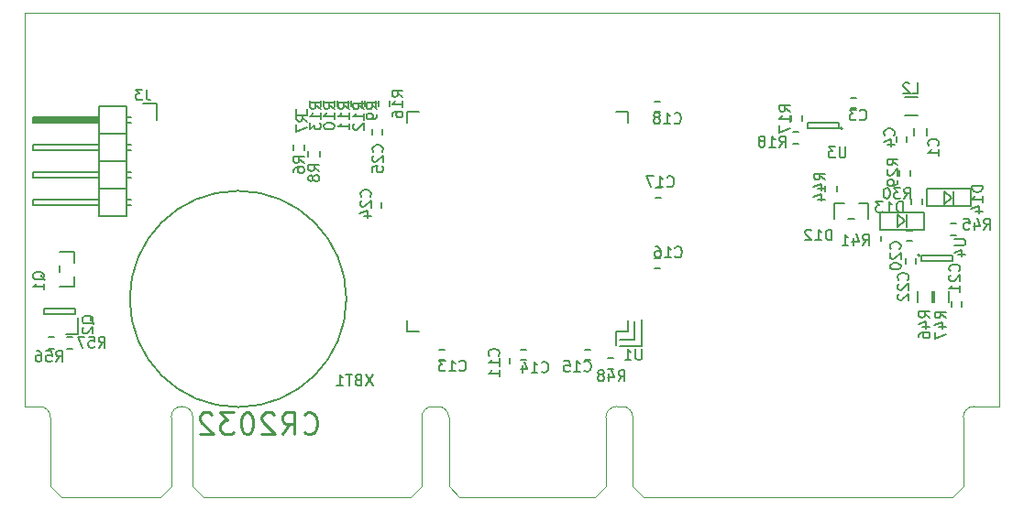
<source format=gbr>
G04 #@! TF.FileFunction,Legend,Bot*
%FSLAX46Y46*%
G04 Gerber Fmt 4.6, Leading zero omitted, Abs format (unit mm)*
G04 Created by KiCad (PCBNEW 4.0.7) date 09/09/17 19:34:41*
%MOMM*%
%LPD*%
G01*
G04 APERTURE LIST*
%ADD10C,0.100000*%
%ADD11C,0.150000*%
%ADD12C,0.250000*%
G04 APERTURE END LIST*
D10*
X86767232Y-135759051D02*
X86767232Y-135359051D01*
X97917232Y-135359051D02*
X97917232Y-135759051D01*
X96917232Y-136759051D02*
X87767232Y-136759051D01*
X96917232Y-136759051D02*
X97917232Y-135759051D01*
X86767232Y-135759051D02*
X87767232Y-136759051D01*
X140567232Y-135759051D02*
X140567232Y-135359051D01*
X140567232Y-135759051D02*
X141567232Y-136759051D01*
X170067232Y-136759051D02*
X141567232Y-136759051D01*
X170067232Y-136759051D02*
X171067232Y-135759051D01*
X171067232Y-135359051D02*
X171067232Y-135759051D01*
X174417232Y-91959051D02*
X174417232Y-128359051D01*
X84417232Y-128359051D02*
X84417232Y-91959051D01*
X84417232Y-91959051D02*
X174417232Y-91959051D01*
X121067232Y-129359051D02*
X121067232Y-135359051D01*
X121067232Y-129359051D02*
G75*
G02X122067232Y-128359051I1000000J0D01*
G01*
X122567232Y-128359051D02*
X122067232Y-128359051D01*
X122567232Y-128359051D02*
G75*
G02X123567232Y-129359051I0J-1000000D01*
G01*
X123567232Y-135359051D02*
X123567232Y-129359051D01*
X138067232Y-129359051D02*
X138067232Y-135359051D01*
X138067232Y-129359051D02*
G75*
G02X139067232Y-128359051I1000000J0D01*
G01*
X139567232Y-128359051D02*
X139067232Y-128359051D01*
X139567232Y-128359051D02*
G75*
G02X140567232Y-129359051I0J-1000000D01*
G01*
X140567232Y-135359051D02*
X140567232Y-129359051D01*
X171067232Y-129359051D02*
X171067232Y-135359051D01*
X171067232Y-129359051D02*
G75*
G02X172067232Y-128359051I1000000J0D01*
G01*
X172067232Y-128359051D02*
X174417232Y-128359051D01*
X85767232Y-128359051D02*
X84417232Y-128359051D01*
X85767232Y-128359051D02*
G75*
G02X86767232Y-129359051I0J-1000000D01*
G01*
X86767232Y-135359051D02*
X86767232Y-129359051D01*
X97917232Y-129359051D02*
X97917232Y-135359051D01*
X97917232Y-129359051D02*
G75*
G02X99917232Y-129359051I1000000J0D01*
G01*
X99917232Y-135359051D02*
X99917232Y-129359051D01*
X137067232Y-136759051D02*
X124567232Y-136759051D01*
X137067232Y-136759051D02*
X138067232Y-135759051D01*
X138067232Y-135359051D02*
X138067232Y-135759051D01*
X123567232Y-135759051D02*
X123567232Y-135359051D01*
X123567232Y-135759051D02*
X124567232Y-136759051D01*
X120067232Y-136759051D02*
X100917232Y-136759051D01*
X120067232Y-136759051D02*
X121067232Y-135759051D01*
X121067232Y-135359051D02*
X121067232Y-135759051D01*
X99917232Y-135759051D02*
X99917232Y-135359051D01*
X99917232Y-135759051D02*
X100917232Y-136759051D01*
D11*
X110727000Y-100580000D02*
X110727000Y-100080000D01*
X111777000Y-100080000D02*
X111777000Y-100580000D01*
X169879200Y-111463600D02*
X170379200Y-111463600D01*
X170379200Y-112513600D02*
X169879200Y-112513600D01*
X161159000Y-100805000D02*
X160659000Y-100805000D01*
X160659000Y-99855000D02*
X161159000Y-99855000D01*
X96631200Y-100304000D02*
X96631200Y-101854000D01*
X95331200Y-100304000D02*
X96631200Y-100304000D01*
X91140200Y-101727000D02*
X85298200Y-101727000D01*
X85298200Y-101727000D02*
X85298200Y-101981000D01*
X85298200Y-101981000D02*
X91140200Y-101981000D01*
X91140200Y-101981000D02*
X91140200Y-101854000D01*
X91140200Y-101854000D02*
X85298200Y-101854000D01*
X93807200Y-101600000D02*
X94188200Y-101600000D01*
X93807200Y-102108000D02*
X94188200Y-102108000D01*
X93807200Y-104140000D02*
X94188200Y-104140000D01*
X93807200Y-104648000D02*
X94188200Y-104648000D01*
X93807200Y-106680000D02*
X94188200Y-106680000D01*
X93807200Y-107188000D02*
X94188200Y-107188000D01*
X93807200Y-109728000D02*
X94188200Y-109728000D01*
X93807200Y-109220000D02*
X94188200Y-109220000D01*
X93807200Y-100584000D02*
X91267200Y-100584000D01*
X93807200Y-103124000D02*
X91267200Y-103124000D01*
X93807200Y-103124000D02*
X93807200Y-105664000D01*
X93807200Y-105664000D02*
X91267200Y-105664000D01*
X91267200Y-104140000D02*
X85171200Y-104140000D01*
X85171200Y-104140000D02*
X85171200Y-104648000D01*
X85171200Y-104648000D02*
X91267200Y-104648000D01*
X91267200Y-105664000D02*
X91267200Y-103124000D01*
X91267200Y-103124000D02*
X91267200Y-100584000D01*
X85171200Y-102108000D02*
X91267200Y-102108000D01*
X85171200Y-101600000D02*
X85171200Y-102108000D01*
X91267200Y-101600000D02*
X85171200Y-101600000D01*
X93807200Y-103124000D02*
X91267200Y-103124000D01*
X93807200Y-100584000D02*
X93807200Y-103124000D01*
X93807200Y-108204000D02*
X91267200Y-108204000D01*
X93807200Y-108204000D02*
X93807200Y-110744000D01*
X93807200Y-110744000D02*
X91267200Y-110744000D01*
X91267200Y-109220000D02*
X85171200Y-109220000D01*
X85171200Y-109220000D02*
X85171200Y-109728000D01*
X85171200Y-109728000D02*
X91267200Y-109728000D01*
X91267200Y-110744000D02*
X91267200Y-108204000D01*
X91267200Y-108204000D02*
X91267200Y-105664000D01*
X85171200Y-107188000D02*
X91267200Y-107188000D01*
X85171200Y-106680000D02*
X85171200Y-107188000D01*
X91267200Y-106680000D02*
X85171200Y-106680000D01*
X93807200Y-108204000D02*
X91267200Y-108204000D01*
X93807200Y-105664000D02*
X93807200Y-108204000D01*
X93807200Y-105664000D02*
X91267200Y-105664000D01*
X110600000Y-105279000D02*
X110600000Y-104779000D01*
X111650000Y-104779000D02*
X111650000Y-105279000D01*
X156227000Y-101477000D02*
X156227000Y-101977000D01*
X155177000Y-101977000D02*
X155177000Y-101477000D01*
X167056000Y-114381000D02*
G75*
G03X167056000Y-114381000I-100000J0D01*
G01*
X167206000Y-114931000D02*
X167206000Y-114431000D01*
X170106000Y-114931000D02*
X167206000Y-114931000D01*
X170106000Y-114431000D02*
X170106000Y-114931000D01*
X167206000Y-114431000D02*
X170106000Y-114431000D01*
X143048800Y-101084400D02*
X142548800Y-101084400D01*
X142548800Y-100134400D02*
X143048800Y-100134400D01*
X166506600Y-102621600D02*
X166506600Y-103321600D01*
X167706600Y-103321600D02*
X167706600Y-102621600D01*
X169959000Y-119122000D02*
X169959000Y-118622000D01*
X170909000Y-118622000D02*
X170909000Y-119122000D01*
X130179000Y-123096000D02*
X130679000Y-123096000D01*
X130679000Y-124046000D02*
X130179000Y-124046000D01*
X142599600Y-114637800D02*
X143099600Y-114637800D01*
X143099600Y-115587800D02*
X142599600Y-115587800D01*
X165840600Y-112123200D02*
X166340600Y-112123200D01*
X166340600Y-113073200D02*
X165840600Y-113073200D01*
X165643000Y-101459000D02*
X166843000Y-101459000D01*
X166843000Y-99709000D02*
X165643000Y-99709000D01*
X165159200Y-107031600D02*
X165159200Y-106531600D01*
X166209200Y-106531600D02*
X166209200Y-107031600D01*
X167301400Y-109122400D02*
X167301400Y-109622400D01*
X166251400Y-109622400D02*
X166251400Y-109122400D01*
X163466000Y-112576800D02*
X163466000Y-113076800D01*
X162416000Y-113076800D02*
X162416000Y-112576800D01*
X109203000Y-104644000D02*
X109203000Y-104144000D01*
X110253000Y-104144000D02*
X110253000Y-104644000D01*
X109457000Y-101342000D02*
X109457000Y-100842000D01*
X110507000Y-100842000D02*
X110507000Y-101342000D01*
X111997000Y-100580000D02*
X111997000Y-100080000D01*
X113047000Y-100080000D02*
X113047000Y-100580000D01*
X113267000Y-100580000D02*
X113267000Y-100080000D01*
X114317000Y-100080000D02*
X114317000Y-100580000D01*
X114537000Y-100580000D02*
X114537000Y-100080000D01*
X115587000Y-100080000D02*
X115587000Y-100580000D01*
X159915000Y-102662000D02*
G75*
G03X159915000Y-102662000I-100000J0D01*
G01*
X159565000Y-102112000D02*
X159565000Y-102612000D01*
X156665000Y-102112000D02*
X159565000Y-102112000D01*
X156665000Y-102612000D02*
X156665000Y-102112000D01*
X159565000Y-102612000D02*
X156665000Y-102612000D01*
X165829000Y-103382000D02*
X165829000Y-103882000D01*
X164879000Y-103882000D02*
X164879000Y-103382000D01*
X115807000Y-100580000D02*
X115807000Y-100080000D01*
X116857000Y-100080000D02*
X116857000Y-100580000D01*
X155825000Y-104030000D02*
X155325000Y-104030000D01*
X155325000Y-102980000D02*
X155825000Y-102980000D01*
X117077000Y-100580000D02*
X117077000Y-100080000D01*
X118127000Y-100080000D02*
X118127000Y-100580000D01*
X158352000Y-108454000D02*
X158352000Y-107954000D01*
X159402000Y-107954000D02*
X159402000Y-108454000D01*
X128277600Y-124405200D02*
X128277600Y-123905200D01*
X129227600Y-123905200D02*
X129227600Y-124405200D01*
X161031200Y-110986800D02*
X160431200Y-110986800D01*
X159131200Y-110986800D02*
X159131200Y-109586800D01*
X159131200Y-109586800D02*
X160131200Y-109586800D01*
X161431200Y-109586800D02*
X162331200Y-109586800D01*
X162331200Y-109586800D02*
X162331200Y-110986800D01*
X170135500Y-108429500D02*
X170135500Y-109629500D01*
X169335500Y-108429500D02*
X169335500Y-109629500D01*
X169335500Y-109629500D02*
X170035500Y-109029500D01*
X170035500Y-109029500D02*
X169335500Y-108429500D01*
X167735500Y-108229500D02*
X171735500Y-108229500D01*
X171735500Y-108229500D02*
X171735500Y-109829500D01*
X171735500Y-109829500D02*
X167735500Y-109829500D01*
X167735500Y-109829500D02*
X167735500Y-108229500D01*
X166838000Y-117737000D02*
X166838000Y-118737000D01*
X168188000Y-118737000D02*
X168188000Y-117737000D01*
X169712000Y-118737000D02*
X169712000Y-117737000D01*
X168362000Y-117737000D02*
X168362000Y-118737000D01*
X165817500Y-110588500D02*
X165817500Y-111788500D01*
X165017500Y-110588500D02*
X165017500Y-111788500D01*
X165017500Y-111788500D02*
X165717500Y-111188500D01*
X165717500Y-111188500D02*
X165017500Y-110588500D01*
X163417500Y-110388500D02*
X167417500Y-110388500D01*
X167417500Y-110388500D02*
X167417500Y-111988500D01*
X167417500Y-111988500D02*
X163417500Y-111988500D01*
X163417500Y-111988500D02*
X163417500Y-110388500D01*
X122686000Y-123096000D02*
X123186000Y-123096000D01*
X123186000Y-124046000D02*
X122686000Y-124046000D01*
X136148000Y-123096000D02*
X136648000Y-123096000D01*
X136648000Y-124046000D02*
X136148000Y-124046000D01*
X142625000Y-108135400D02*
X143125000Y-108135400D01*
X143125000Y-109085400D02*
X142625000Y-109085400D01*
X166718000Y-114659600D02*
X166718000Y-115159600D01*
X165768000Y-115159600D02*
X165768000Y-114659600D01*
X138256200Y-123858800D02*
X138756200Y-123858800D01*
X138756200Y-124908800D02*
X138256200Y-124908800D01*
X139321000Y-122152000D02*
X140721000Y-122152000D01*
X140721000Y-122152000D02*
X140721000Y-120452000D01*
X139321000Y-122752000D02*
X141421000Y-122752000D01*
X141421000Y-122752000D02*
X141421000Y-120352000D01*
X140096000Y-121427000D02*
X139046000Y-121427000D01*
X140096000Y-101077000D02*
X139046000Y-101077000D01*
X119746000Y-101077000D02*
X120796000Y-101077000D01*
X119746000Y-121427000D02*
X120796000Y-121427000D01*
X140096000Y-121427000D02*
X140096000Y-120377000D01*
X119746000Y-121427000D02*
X119746000Y-120377000D01*
X119746000Y-101077000D02*
X119746000Y-102127000D01*
X140096000Y-101077000D02*
X140096000Y-102127000D01*
X139046000Y-121427000D02*
X139046000Y-122727000D01*
X114101900Y-118414800D02*
G75*
G03X114101900Y-118414800I-10000000J0D01*
G01*
X117365800Y-109452600D02*
X117365800Y-109952600D01*
X116415800Y-109952600D02*
X116415800Y-109452600D01*
X117442000Y-102747000D02*
X117442000Y-103247000D01*
X116492000Y-103247000D02*
X116492000Y-102747000D01*
X87600000Y-115950000D02*
X87600000Y-115350000D01*
X87600000Y-114050000D02*
X89000000Y-114050000D01*
X89000000Y-114050000D02*
X89000000Y-115050000D01*
X89000000Y-116350000D02*
X89000000Y-117250000D01*
X89000000Y-117250000D02*
X87600000Y-117250000D01*
X87110000Y-122995000D02*
X86610000Y-122995000D01*
X86610000Y-121945000D02*
X87110000Y-121945000D01*
X88300000Y-121945000D02*
X88800000Y-121945000D01*
X88800000Y-122995000D02*
X88300000Y-122995000D01*
X89320000Y-120180000D02*
X89320000Y-121680000D01*
X89320000Y-121680000D02*
X88220000Y-121680000D01*
X89070000Y-119330000D02*
X89070000Y-119830000D01*
X86170000Y-119330000D02*
X89070000Y-119330000D01*
X86170000Y-119830000D02*
X86170000Y-119330000D01*
X89070000Y-119830000D02*
X86170000Y-119830000D01*
X111752381Y-100837143D02*
X111276190Y-100503809D01*
X111752381Y-100265714D02*
X110752381Y-100265714D01*
X110752381Y-100646667D01*
X110800000Y-100741905D01*
X110847619Y-100789524D01*
X110942857Y-100837143D01*
X111085714Y-100837143D01*
X111180952Y-100789524D01*
X111228571Y-100741905D01*
X111276190Y-100646667D01*
X111276190Y-100265714D01*
X111752381Y-101789524D02*
X111752381Y-101218095D01*
X111752381Y-101503809D02*
X110752381Y-101503809D01*
X110895238Y-101408571D01*
X110990476Y-101313333D01*
X111038095Y-101218095D01*
X110752381Y-102122857D02*
X110752381Y-102741905D01*
X111133333Y-102408571D01*
X111133333Y-102551429D01*
X111180952Y-102646667D01*
X111228571Y-102694286D01*
X111323810Y-102741905D01*
X111561905Y-102741905D01*
X111657143Y-102694286D01*
X111704762Y-102646667D01*
X111752381Y-102551429D01*
X111752381Y-102265714D01*
X111704762Y-102170476D01*
X111657143Y-102122857D01*
X172992017Y-111986321D02*
X173325351Y-111510130D01*
X173563446Y-111986321D02*
X173563446Y-110986321D01*
X173182493Y-110986321D01*
X173087255Y-111033940D01*
X173039636Y-111081559D01*
X172992017Y-111176797D01*
X172992017Y-111319654D01*
X173039636Y-111414892D01*
X173087255Y-111462511D01*
X173182493Y-111510130D01*
X173563446Y-111510130D01*
X172134874Y-111319654D02*
X172134874Y-111986321D01*
X172372970Y-110938702D02*
X172611065Y-111652988D01*
X171992017Y-111652988D01*
X171134874Y-110986321D02*
X171611065Y-110986321D01*
X171658684Y-111462511D01*
X171611065Y-111414892D01*
X171515827Y-111367273D01*
X171277731Y-111367273D01*
X171182493Y-111414892D01*
X171134874Y-111462511D01*
X171087255Y-111557750D01*
X171087255Y-111795845D01*
X171134874Y-111891083D01*
X171182493Y-111938702D01*
X171277731Y-111986321D01*
X171515827Y-111986321D01*
X171611065Y-111938702D01*
X171658684Y-111891083D01*
X161512546Y-101799663D02*
X161560165Y-101847282D01*
X161703022Y-101894901D01*
X161798260Y-101894901D01*
X161941118Y-101847282D01*
X162036356Y-101752044D01*
X162083975Y-101656806D01*
X162131594Y-101466330D01*
X162131594Y-101323472D01*
X162083975Y-101132996D01*
X162036356Y-101037758D01*
X161941118Y-100942520D01*
X161798260Y-100894901D01*
X161703022Y-100894901D01*
X161560165Y-100942520D01*
X161512546Y-100990139D01*
X161179213Y-100894901D02*
X160560165Y-100894901D01*
X160893499Y-101275853D01*
X160750641Y-101275853D01*
X160655403Y-101323472D01*
X160607784Y-101371091D01*
X160560165Y-101466330D01*
X160560165Y-101704425D01*
X160607784Y-101799663D01*
X160655403Y-101847282D01*
X160750641Y-101894901D01*
X161036356Y-101894901D01*
X161131594Y-101847282D01*
X161179213Y-101799663D01*
X95654453Y-99040701D02*
X95654453Y-99754987D01*
X95702073Y-99897844D01*
X95797311Y-99993082D01*
X95940168Y-100040701D01*
X96035406Y-100040701D01*
X95273501Y-99040701D02*
X94654453Y-99040701D01*
X94987787Y-99421653D01*
X94844929Y-99421653D01*
X94749691Y-99469272D01*
X94702072Y-99516891D01*
X94654453Y-99612130D01*
X94654453Y-99850225D01*
X94702072Y-99945463D01*
X94749691Y-99993082D01*
X94844929Y-100040701D01*
X95130644Y-100040701D01*
X95225882Y-99993082D01*
X95273501Y-99945463D01*
X111597701Y-106589534D02*
X111121510Y-106256200D01*
X111597701Y-106018105D02*
X110597701Y-106018105D01*
X110597701Y-106399058D01*
X110645320Y-106494296D01*
X110692939Y-106541915D01*
X110788177Y-106589534D01*
X110931034Y-106589534D01*
X111026272Y-106541915D01*
X111073891Y-106494296D01*
X111121510Y-106399058D01*
X111121510Y-106018105D01*
X111026272Y-107160962D02*
X110978653Y-107065724D01*
X110931034Y-107018105D01*
X110835796Y-106970486D01*
X110788177Y-106970486D01*
X110692939Y-107018105D01*
X110645320Y-107065724D01*
X110597701Y-107160962D01*
X110597701Y-107351439D01*
X110645320Y-107446677D01*
X110692939Y-107494296D01*
X110788177Y-107541915D01*
X110835796Y-107541915D01*
X110931034Y-107494296D01*
X110978653Y-107446677D01*
X111026272Y-107351439D01*
X111026272Y-107160962D01*
X111073891Y-107065724D01*
X111121510Y-107018105D01*
X111216749Y-106970486D01*
X111407225Y-106970486D01*
X111502463Y-107018105D01*
X111550082Y-107065724D01*
X111597701Y-107160962D01*
X111597701Y-107351439D01*
X111550082Y-107446677D01*
X111502463Y-107494296D01*
X111407225Y-107541915D01*
X111216749Y-107541915D01*
X111121510Y-107494296D01*
X111073891Y-107446677D01*
X111026272Y-107351439D01*
X155090121Y-101073983D02*
X154613930Y-100740649D01*
X155090121Y-100502554D02*
X154090121Y-100502554D01*
X154090121Y-100883507D01*
X154137740Y-100978745D01*
X154185359Y-101026364D01*
X154280597Y-101073983D01*
X154423454Y-101073983D01*
X154518692Y-101026364D01*
X154566311Y-100978745D01*
X154613930Y-100883507D01*
X154613930Y-100502554D01*
X155090121Y-102026364D02*
X155090121Y-101454935D01*
X155090121Y-101740649D02*
X154090121Y-101740649D01*
X154232978Y-101645411D01*
X154328216Y-101550173D01*
X154375835Y-101454935D01*
X154090121Y-102359697D02*
X154090121Y-103026364D01*
X155090121Y-102597792D01*
X170292781Y-112867535D02*
X171102305Y-112867535D01*
X171197543Y-112915154D01*
X171245162Y-112962773D01*
X171292781Y-113058011D01*
X171292781Y-113248488D01*
X171245162Y-113343726D01*
X171197543Y-113391345D01*
X171102305Y-113438964D01*
X170292781Y-113438964D01*
X170626114Y-114343726D02*
X171292781Y-114343726D01*
X170245162Y-114105630D02*
X170959448Y-113867535D01*
X170959448Y-114486583D01*
X144406857Y-102119703D02*
X144454476Y-102167322D01*
X144597333Y-102214941D01*
X144692571Y-102214941D01*
X144835429Y-102167322D01*
X144930667Y-102072084D01*
X144978286Y-101976846D01*
X145025905Y-101786370D01*
X145025905Y-101643512D01*
X144978286Y-101453036D01*
X144930667Y-101357798D01*
X144835429Y-101262560D01*
X144692571Y-101214941D01*
X144597333Y-101214941D01*
X144454476Y-101262560D01*
X144406857Y-101310179D01*
X143454476Y-102214941D02*
X144025905Y-102214941D01*
X143740191Y-102214941D02*
X143740191Y-101214941D01*
X143835429Y-101357798D01*
X143930667Y-101453036D01*
X144025905Y-101500655D01*
X142883048Y-101643512D02*
X142978286Y-101595893D01*
X143025905Y-101548274D01*
X143073524Y-101453036D01*
X143073524Y-101405417D01*
X143025905Y-101310179D01*
X142978286Y-101262560D01*
X142883048Y-101214941D01*
X142692571Y-101214941D01*
X142597333Y-101262560D01*
X142549714Y-101310179D01*
X142502095Y-101405417D01*
X142502095Y-101453036D01*
X142549714Y-101548274D01*
X142597333Y-101595893D01*
X142692571Y-101643512D01*
X142883048Y-101643512D01*
X142978286Y-101691131D01*
X143025905Y-101738750D01*
X143073524Y-101833989D01*
X143073524Y-102024465D01*
X143025905Y-102119703D01*
X142978286Y-102167322D01*
X142883048Y-102214941D01*
X142692571Y-102214941D01*
X142597333Y-102167322D01*
X142549714Y-102119703D01*
X142502095Y-102024465D01*
X142502095Y-101833989D01*
X142549714Y-101738750D01*
X142597333Y-101691131D01*
X142692571Y-101643512D01*
X168728663Y-104227334D02*
X168776282Y-104179715D01*
X168823901Y-104036858D01*
X168823901Y-103941620D01*
X168776282Y-103798762D01*
X168681044Y-103703524D01*
X168585806Y-103655905D01*
X168395330Y-103608286D01*
X168252472Y-103608286D01*
X168061996Y-103655905D01*
X167966758Y-103703524D01*
X167871520Y-103798762D01*
X167823901Y-103941620D01*
X167823901Y-104036858D01*
X167871520Y-104179715D01*
X167919139Y-104227334D01*
X168823901Y-105179715D02*
X168823901Y-104608286D01*
X168823901Y-104894000D02*
X167823901Y-104894000D01*
X167966758Y-104798762D01*
X168061996Y-104703524D01*
X168109615Y-104608286D01*
X170689543Y-115836463D02*
X170737162Y-115788844D01*
X170784781Y-115645987D01*
X170784781Y-115550749D01*
X170737162Y-115407891D01*
X170641924Y-115312653D01*
X170546686Y-115265034D01*
X170356210Y-115217415D01*
X170213352Y-115217415D01*
X170022876Y-115265034D01*
X169927638Y-115312653D01*
X169832400Y-115407891D01*
X169784781Y-115550749D01*
X169784781Y-115645987D01*
X169832400Y-115788844D01*
X169880019Y-115836463D01*
X169880019Y-116217415D02*
X169832400Y-116265034D01*
X169784781Y-116360272D01*
X169784781Y-116598368D01*
X169832400Y-116693606D01*
X169880019Y-116741225D01*
X169975257Y-116788844D01*
X170070495Y-116788844D01*
X170213352Y-116741225D01*
X170784781Y-116169796D01*
X170784781Y-116788844D01*
X170784781Y-117741225D02*
X170784781Y-117169796D01*
X170784781Y-117455510D02*
X169784781Y-117455510D01*
X169927638Y-117360272D01*
X170022876Y-117265034D01*
X170070495Y-117169796D01*
X132146277Y-125127023D02*
X132193896Y-125174642D01*
X132336753Y-125222261D01*
X132431991Y-125222261D01*
X132574849Y-125174642D01*
X132670087Y-125079404D01*
X132717706Y-124984166D01*
X132765325Y-124793690D01*
X132765325Y-124650832D01*
X132717706Y-124460356D01*
X132670087Y-124365118D01*
X132574849Y-124269880D01*
X132431991Y-124222261D01*
X132336753Y-124222261D01*
X132193896Y-124269880D01*
X132146277Y-124317499D01*
X131193896Y-125222261D02*
X131765325Y-125222261D01*
X131479611Y-125222261D02*
X131479611Y-124222261D01*
X131574849Y-124365118D01*
X131670087Y-124460356D01*
X131765325Y-124507975D01*
X130336753Y-124555594D02*
X130336753Y-125222261D01*
X130574849Y-124174642D02*
X130812944Y-124888928D01*
X130193896Y-124888928D01*
X144467817Y-114494583D02*
X144515436Y-114542202D01*
X144658293Y-114589821D01*
X144753531Y-114589821D01*
X144896389Y-114542202D01*
X144991627Y-114446964D01*
X145039246Y-114351726D01*
X145086865Y-114161250D01*
X145086865Y-114018392D01*
X145039246Y-113827916D01*
X144991627Y-113732678D01*
X144896389Y-113637440D01*
X144753531Y-113589821D01*
X144658293Y-113589821D01*
X144515436Y-113637440D01*
X144467817Y-113685059D01*
X143515436Y-114589821D02*
X144086865Y-114589821D01*
X143801151Y-114589821D02*
X143801151Y-113589821D01*
X143896389Y-113732678D01*
X143991627Y-113827916D01*
X144086865Y-113875535D01*
X142658293Y-113589821D02*
X142848770Y-113589821D01*
X142944008Y-113637440D01*
X142991627Y-113685059D01*
X143086865Y-113827916D01*
X143134484Y-114018392D01*
X143134484Y-114399345D01*
X143086865Y-114494583D01*
X143039246Y-114542202D01*
X142944008Y-114589821D01*
X142753531Y-114589821D01*
X142658293Y-114542202D01*
X142610674Y-114494583D01*
X142563055Y-114399345D01*
X142563055Y-114161250D01*
X142610674Y-114066011D01*
X142658293Y-114018392D01*
X142753531Y-113970773D01*
X142944008Y-113970773D01*
X143039246Y-114018392D01*
X143086865Y-114066011D01*
X143134484Y-114161250D01*
X165213303Y-113779063D02*
X165260922Y-113731444D01*
X165308541Y-113588587D01*
X165308541Y-113493349D01*
X165260922Y-113350491D01*
X165165684Y-113255253D01*
X165070446Y-113207634D01*
X164879970Y-113160015D01*
X164737112Y-113160015D01*
X164546636Y-113207634D01*
X164451398Y-113255253D01*
X164356160Y-113350491D01*
X164308541Y-113493349D01*
X164308541Y-113588587D01*
X164356160Y-113731444D01*
X164403779Y-113779063D01*
X164403779Y-114160015D02*
X164356160Y-114207634D01*
X164308541Y-114302872D01*
X164308541Y-114540968D01*
X164356160Y-114636206D01*
X164403779Y-114683825D01*
X164499017Y-114731444D01*
X164594255Y-114731444D01*
X164737112Y-114683825D01*
X165308541Y-114112396D01*
X165308541Y-114731444D01*
X164308541Y-115350491D02*
X164308541Y-115445730D01*
X164356160Y-115540968D01*
X164403779Y-115588587D01*
X164499017Y-115636206D01*
X164689493Y-115683825D01*
X164927589Y-115683825D01*
X165118065Y-115636206D01*
X165213303Y-115588587D01*
X165260922Y-115540968D01*
X165308541Y-115445730D01*
X165308541Y-115350491D01*
X165260922Y-115255253D01*
X165213303Y-115207634D01*
X165118065Y-115160015D01*
X164927589Y-115112396D01*
X164689493Y-115112396D01*
X164499017Y-115160015D01*
X164403779Y-115207634D01*
X164356160Y-115255253D01*
X164308541Y-115350491D01*
X166389346Y-99420941D02*
X166865537Y-99420941D01*
X166865537Y-98420941D01*
X166103632Y-98516179D02*
X166056013Y-98468560D01*
X165960775Y-98420941D01*
X165722679Y-98420941D01*
X165627441Y-98468560D01*
X165579822Y-98516179D01*
X165532203Y-98611417D01*
X165532203Y-98706655D01*
X165579822Y-98849512D01*
X166151251Y-99420941D01*
X165532203Y-99420941D01*
X165044381Y-106052383D02*
X164568190Y-105719049D01*
X165044381Y-105480954D02*
X164044381Y-105480954D01*
X164044381Y-105861907D01*
X164092000Y-105957145D01*
X164139619Y-106004764D01*
X164234857Y-106052383D01*
X164377714Y-106052383D01*
X164472952Y-106004764D01*
X164520571Y-105957145D01*
X164568190Y-105861907D01*
X164568190Y-105480954D01*
X164139619Y-106433335D02*
X164092000Y-106480954D01*
X164044381Y-106576192D01*
X164044381Y-106814288D01*
X164092000Y-106909526D01*
X164139619Y-106957145D01*
X164234857Y-107004764D01*
X164330095Y-107004764D01*
X164472952Y-106957145D01*
X165044381Y-106385716D01*
X165044381Y-107004764D01*
X165044381Y-107480954D02*
X165044381Y-107671430D01*
X164996762Y-107766669D01*
X164949143Y-107814288D01*
X164806286Y-107909526D01*
X164615810Y-107957145D01*
X164234857Y-107957145D01*
X164139619Y-107909526D01*
X164092000Y-107861907D01*
X164044381Y-107766669D01*
X164044381Y-107576192D01*
X164092000Y-107480954D01*
X164139619Y-107433335D01*
X164234857Y-107385716D01*
X164472952Y-107385716D01*
X164568190Y-107433335D01*
X164615810Y-107480954D01*
X164663429Y-107576192D01*
X164663429Y-107766669D01*
X164615810Y-107861907D01*
X164568190Y-107909526D01*
X164472952Y-107957145D01*
X165623477Y-109136441D02*
X165956811Y-108660250D01*
X166194906Y-109136441D02*
X166194906Y-108136441D01*
X165813953Y-108136441D01*
X165718715Y-108184060D01*
X165671096Y-108231679D01*
X165623477Y-108326917D01*
X165623477Y-108469774D01*
X165671096Y-108565012D01*
X165718715Y-108612631D01*
X165813953Y-108660250D01*
X166194906Y-108660250D01*
X165290144Y-108136441D02*
X164671096Y-108136441D01*
X165004430Y-108517393D01*
X164861572Y-108517393D01*
X164766334Y-108565012D01*
X164718715Y-108612631D01*
X164671096Y-108707870D01*
X164671096Y-108945965D01*
X164718715Y-109041203D01*
X164766334Y-109088822D01*
X164861572Y-109136441D01*
X165147287Y-109136441D01*
X165242525Y-109088822D01*
X165290144Y-109041203D01*
X164052049Y-108136441D02*
X163956810Y-108136441D01*
X163861572Y-108184060D01*
X163813953Y-108231679D01*
X163766334Y-108326917D01*
X163718715Y-108517393D01*
X163718715Y-108755489D01*
X163766334Y-108945965D01*
X163813953Y-109041203D01*
X163861572Y-109088822D01*
X163956810Y-109136441D01*
X164052049Y-109136441D01*
X164147287Y-109088822D01*
X164194906Y-109041203D01*
X164242525Y-108945965D01*
X164290144Y-108755489D01*
X164290144Y-108517393D01*
X164242525Y-108326917D01*
X164194906Y-108231679D01*
X164147287Y-108184060D01*
X164052049Y-108136441D01*
X161795697Y-113439201D02*
X162129031Y-112963010D01*
X162367126Y-113439201D02*
X162367126Y-112439201D01*
X161986173Y-112439201D01*
X161890935Y-112486820D01*
X161843316Y-112534439D01*
X161795697Y-112629677D01*
X161795697Y-112772534D01*
X161843316Y-112867772D01*
X161890935Y-112915391D01*
X161986173Y-112963010D01*
X162367126Y-112963010D01*
X160938554Y-112772534D02*
X160938554Y-113439201D01*
X161176650Y-112391582D02*
X161414745Y-113105868D01*
X160795697Y-113105868D01*
X159890935Y-113439201D02*
X160462364Y-113439201D01*
X160176650Y-113439201D02*
X160176650Y-112439201D01*
X160271888Y-112582058D01*
X160367126Y-112677296D01*
X160462364Y-112724915D01*
X110222381Y-105823334D02*
X109746190Y-105490000D01*
X110222381Y-105251905D02*
X109222381Y-105251905D01*
X109222381Y-105632858D01*
X109270000Y-105728096D01*
X109317619Y-105775715D01*
X109412857Y-105823334D01*
X109555714Y-105823334D01*
X109650952Y-105775715D01*
X109698571Y-105728096D01*
X109746190Y-105632858D01*
X109746190Y-105251905D01*
X109222381Y-106680477D02*
X109222381Y-106490000D01*
X109270000Y-106394762D01*
X109317619Y-106347143D01*
X109460476Y-106251905D01*
X109650952Y-106204286D01*
X110031905Y-106204286D01*
X110127143Y-106251905D01*
X110174762Y-106299524D01*
X110222381Y-106394762D01*
X110222381Y-106585239D01*
X110174762Y-106680477D01*
X110127143Y-106728096D01*
X110031905Y-106775715D01*
X109793810Y-106775715D01*
X109698571Y-106728096D01*
X109650952Y-106680477D01*
X109603333Y-106585239D01*
X109603333Y-106394762D01*
X109650952Y-106299524D01*
X109698571Y-106251905D01*
X109793810Y-106204286D01*
X110502381Y-101993334D02*
X110026190Y-101660000D01*
X110502381Y-101421905D02*
X109502381Y-101421905D01*
X109502381Y-101802858D01*
X109550000Y-101898096D01*
X109597619Y-101945715D01*
X109692857Y-101993334D01*
X109835714Y-101993334D01*
X109930952Y-101945715D01*
X109978571Y-101898096D01*
X110026190Y-101802858D01*
X110026190Y-101421905D01*
X109502381Y-102326667D02*
X109502381Y-102993334D01*
X110502381Y-102564762D01*
X112996361Y-100824103D02*
X112520170Y-100490769D01*
X112996361Y-100252674D02*
X111996361Y-100252674D01*
X111996361Y-100633627D01*
X112043980Y-100728865D01*
X112091599Y-100776484D01*
X112186837Y-100824103D01*
X112329694Y-100824103D01*
X112424932Y-100776484D01*
X112472551Y-100728865D01*
X112520170Y-100633627D01*
X112520170Y-100252674D01*
X112996361Y-101776484D02*
X112996361Y-101205055D01*
X112996361Y-101490769D02*
X111996361Y-101490769D01*
X112139218Y-101395531D01*
X112234456Y-101300293D01*
X112282075Y-101205055D01*
X111996361Y-102395531D02*
X111996361Y-102490770D01*
X112043980Y-102586008D01*
X112091599Y-102633627D01*
X112186837Y-102681246D01*
X112377313Y-102728865D01*
X112615409Y-102728865D01*
X112805885Y-102681246D01*
X112901123Y-102633627D01*
X112948742Y-102586008D01*
X112996361Y-102490770D01*
X112996361Y-102395531D01*
X112948742Y-102300293D01*
X112901123Y-102252674D01*
X112805885Y-102205055D01*
X112615409Y-102157436D01*
X112377313Y-102157436D01*
X112186837Y-102205055D01*
X112091599Y-102252674D01*
X112043980Y-102300293D01*
X111996361Y-102395531D01*
X114334941Y-100846963D02*
X113858750Y-100513629D01*
X114334941Y-100275534D02*
X113334941Y-100275534D01*
X113334941Y-100656487D01*
X113382560Y-100751725D01*
X113430179Y-100799344D01*
X113525417Y-100846963D01*
X113668274Y-100846963D01*
X113763512Y-100799344D01*
X113811131Y-100751725D01*
X113858750Y-100656487D01*
X113858750Y-100275534D01*
X114334941Y-101799344D02*
X114334941Y-101227915D01*
X114334941Y-101513629D02*
X113334941Y-101513629D01*
X113477798Y-101418391D01*
X113573036Y-101323153D01*
X113620655Y-101227915D01*
X114334941Y-102751725D02*
X114334941Y-102180296D01*
X114334941Y-102466010D02*
X113334941Y-102466010D01*
X113477798Y-102370772D01*
X113573036Y-102275534D01*
X113620655Y-102180296D01*
X115729401Y-100869823D02*
X115253210Y-100536489D01*
X115729401Y-100298394D02*
X114729401Y-100298394D01*
X114729401Y-100679347D01*
X114777020Y-100774585D01*
X114824639Y-100822204D01*
X114919877Y-100869823D01*
X115062734Y-100869823D01*
X115157972Y-100822204D01*
X115205591Y-100774585D01*
X115253210Y-100679347D01*
X115253210Y-100298394D01*
X115729401Y-101822204D02*
X115729401Y-101250775D01*
X115729401Y-101536489D02*
X114729401Y-101536489D01*
X114872258Y-101441251D01*
X114967496Y-101346013D01*
X115015115Y-101250775D01*
X114824639Y-102203156D02*
X114777020Y-102250775D01*
X114729401Y-102346013D01*
X114729401Y-102584109D01*
X114777020Y-102679347D01*
X114824639Y-102726966D01*
X114919877Y-102774585D01*
X115015115Y-102774585D01*
X115157972Y-102726966D01*
X115729401Y-102155537D01*
X115729401Y-102774585D01*
X160210405Y-104346761D02*
X160210405Y-105156285D01*
X160162786Y-105251523D01*
X160115167Y-105299142D01*
X160019929Y-105346761D01*
X159829452Y-105346761D01*
X159734214Y-105299142D01*
X159686595Y-105251523D01*
X159638976Y-105156285D01*
X159638976Y-104346761D01*
X159258024Y-104346761D02*
X158638976Y-104346761D01*
X158972310Y-104727713D01*
X158829452Y-104727713D01*
X158734214Y-104775332D01*
X158686595Y-104822951D01*
X158638976Y-104918190D01*
X158638976Y-105156285D01*
X158686595Y-105251523D01*
X158734214Y-105299142D01*
X158829452Y-105346761D01*
X159115167Y-105346761D01*
X159210405Y-105299142D01*
X159258024Y-105251523D01*
X164659583Y-103282454D02*
X164707202Y-103234835D01*
X164754821Y-103091978D01*
X164754821Y-102996740D01*
X164707202Y-102853882D01*
X164611964Y-102758644D01*
X164516726Y-102711025D01*
X164326250Y-102663406D01*
X164183392Y-102663406D01*
X163992916Y-102711025D01*
X163897678Y-102758644D01*
X163802440Y-102853882D01*
X163754821Y-102996740D01*
X163754821Y-103091978D01*
X163802440Y-103234835D01*
X163850059Y-103282454D01*
X164088154Y-104139597D02*
X164754821Y-104139597D01*
X163707202Y-103901501D02*
X164421488Y-103663406D01*
X164421488Y-104282454D01*
X116940981Y-100865954D02*
X116464790Y-100532620D01*
X116940981Y-100294525D02*
X115940981Y-100294525D01*
X115940981Y-100675478D01*
X115988600Y-100770716D01*
X116036219Y-100818335D01*
X116131457Y-100865954D01*
X116274314Y-100865954D01*
X116369552Y-100818335D01*
X116417171Y-100770716D01*
X116464790Y-100675478D01*
X116464790Y-100294525D01*
X116940981Y-101342144D02*
X116940981Y-101532620D01*
X116893362Y-101627859D01*
X116845743Y-101675478D01*
X116702886Y-101770716D01*
X116512410Y-101818335D01*
X116131457Y-101818335D01*
X116036219Y-101770716D01*
X115988600Y-101723097D01*
X115940981Y-101627859D01*
X115940981Y-101437382D01*
X115988600Y-101342144D01*
X116036219Y-101294525D01*
X116131457Y-101246906D01*
X116369552Y-101246906D01*
X116464790Y-101294525D01*
X116512410Y-101342144D01*
X116560029Y-101437382D01*
X116560029Y-101627859D01*
X116512410Y-101723097D01*
X116464790Y-101770716D01*
X116369552Y-101818335D01*
X154082857Y-104362381D02*
X154416191Y-103886190D01*
X154654286Y-104362381D02*
X154654286Y-103362381D01*
X154273333Y-103362381D01*
X154178095Y-103410000D01*
X154130476Y-103457619D01*
X154082857Y-103552857D01*
X154082857Y-103695714D01*
X154130476Y-103790952D01*
X154178095Y-103838571D01*
X154273333Y-103886190D01*
X154654286Y-103886190D01*
X153130476Y-104362381D02*
X153701905Y-104362381D01*
X153416191Y-104362381D02*
X153416191Y-103362381D01*
X153511429Y-103505238D01*
X153606667Y-103600476D01*
X153701905Y-103648095D01*
X152559048Y-103790952D02*
X152654286Y-103743333D01*
X152701905Y-103695714D01*
X152749524Y-103600476D01*
X152749524Y-103552857D01*
X152701905Y-103457619D01*
X152654286Y-103410000D01*
X152559048Y-103362381D01*
X152368571Y-103362381D01*
X152273333Y-103410000D01*
X152225714Y-103457619D01*
X152178095Y-103552857D01*
X152178095Y-103600476D01*
X152225714Y-103695714D01*
X152273333Y-103743333D01*
X152368571Y-103790952D01*
X152559048Y-103790952D01*
X152654286Y-103838571D01*
X152701905Y-103886190D01*
X152749524Y-103981429D01*
X152749524Y-104171905D01*
X152701905Y-104267143D01*
X152654286Y-104314762D01*
X152559048Y-104362381D01*
X152368571Y-104362381D01*
X152273333Y-104314762D01*
X152225714Y-104267143D01*
X152178095Y-104171905D01*
X152178095Y-103981429D01*
X152225714Y-103886190D01*
X152273333Y-103838571D01*
X152368571Y-103790952D01*
X119314221Y-99737143D02*
X118838030Y-99403809D01*
X119314221Y-99165714D02*
X118314221Y-99165714D01*
X118314221Y-99546667D01*
X118361840Y-99641905D01*
X118409459Y-99689524D01*
X118504697Y-99737143D01*
X118647554Y-99737143D01*
X118742792Y-99689524D01*
X118790411Y-99641905D01*
X118838030Y-99546667D01*
X118838030Y-99165714D01*
X119314221Y-100689524D02*
X119314221Y-100118095D01*
X119314221Y-100403809D02*
X118314221Y-100403809D01*
X118457078Y-100308571D01*
X118552316Y-100213333D01*
X118599935Y-100118095D01*
X118314221Y-101546667D02*
X118314221Y-101356190D01*
X118361840Y-101260952D01*
X118409459Y-101213333D01*
X118552316Y-101118095D01*
X118742792Y-101070476D01*
X119123745Y-101070476D01*
X119218983Y-101118095D01*
X119266602Y-101165714D01*
X119314221Y-101260952D01*
X119314221Y-101451429D01*
X119266602Y-101546667D01*
X119218983Y-101594286D01*
X119123745Y-101641905D01*
X118885650Y-101641905D01*
X118790411Y-101594286D01*
X118742792Y-101546667D01*
X118695173Y-101451429D01*
X118695173Y-101260952D01*
X118742792Y-101165714D01*
X118790411Y-101118095D01*
X118885650Y-101070476D01*
X158298141Y-107398583D02*
X157821950Y-107065249D01*
X158298141Y-106827154D02*
X157298141Y-106827154D01*
X157298141Y-107208107D01*
X157345760Y-107303345D01*
X157393379Y-107350964D01*
X157488617Y-107398583D01*
X157631474Y-107398583D01*
X157726712Y-107350964D01*
X157774331Y-107303345D01*
X157821950Y-107208107D01*
X157821950Y-106827154D01*
X157631474Y-108255726D02*
X158298141Y-108255726D01*
X157250522Y-108017630D02*
X157964808Y-107779535D01*
X157964808Y-108398583D01*
X157631474Y-109208107D02*
X158298141Y-109208107D01*
X157250522Y-108970011D02*
X157964808Y-108731916D01*
X157964808Y-109350964D01*
X128134383Y-123669823D02*
X128182002Y-123622204D01*
X128229621Y-123479347D01*
X128229621Y-123384109D01*
X128182002Y-123241251D01*
X128086764Y-123146013D01*
X127991526Y-123098394D01*
X127801050Y-123050775D01*
X127658192Y-123050775D01*
X127467716Y-123098394D01*
X127372478Y-123146013D01*
X127277240Y-123241251D01*
X127229621Y-123384109D01*
X127229621Y-123479347D01*
X127277240Y-123622204D01*
X127324859Y-123669823D01*
X128229621Y-124622204D02*
X128229621Y-124050775D01*
X128229621Y-124336489D02*
X127229621Y-124336489D01*
X127372478Y-124241251D01*
X127467716Y-124146013D01*
X127515335Y-124050775D01*
X128229621Y-125574585D02*
X128229621Y-125003156D01*
X128229621Y-125288870D02*
X127229621Y-125288870D01*
X127372478Y-125193632D01*
X127467716Y-125098394D01*
X127515335Y-125003156D01*
X158938126Y-112984541D02*
X158938126Y-111984541D01*
X158700031Y-111984541D01*
X158557173Y-112032160D01*
X158461935Y-112127398D01*
X158414316Y-112222636D01*
X158366697Y-112413112D01*
X158366697Y-112555970D01*
X158414316Y-112746446D01*
X158461935Y-112841684D01*
X158557173Y-112936922D01*
X158700031Y-112984541D01*
X158938126Y-112984541D01*
X157414316Y-112984541D02*
X157985745Y-112984541D01*
X157700031Y-112984541D02*
X157700031Y-111984541D01*
X157795269Y-112127398D01*
X157890507Y-112222636D01*
X157985745Y-112270255D01*
X157033364Y-112079779D02*
X156985745Y-112032160D01*
X156890507Y-111984541D01*
X156652411Y-111984541D01*
X156557173Y-112032160D01*
X156509554Y-112079779D01*
X156461935Y-112175017D01*
X156461935Y-112270255D01*
X156509554Y-112413112D01*
X157080983Y-112984541D01*
X156461935Y-112984541D01*
X172862501Y-107954914D02*
X171862501Y-107954914D01*
X171862501Y-108193009D01*
X171910120Y-108335867D01*
X172005358Y-108431105D01*
X172100596Y-108478724D01*
X172291072Y-108526343D01*
X172433930Y-108526343D01*
X172624406Y-108478724D01*
X172719644Y-108431105D01*
X172814882Y-108335867D01*
X172862501Y-108193009D01*
X172862501Y-107954914D01*
X172862501Y-109478724D02*
X172862501Y-108907295D01*
X172862501Y-109193009D02*
X171862501Y-109193009D01*
X172005358Y-109097771D01*
X172100596Y-109002533D01*
X172148215Y-108907295D01*
X172195834Y-110335867D02*
X172862501Y-110335867D01*
X171814882Y-110097771D02*
X172529168Y-109859676D01*
X172529168Y-110478724D01*
X167985701Y-120149383D02*
X167509510Y-119816049D01*
X167985701Y-119577954D02*
X166985701Y-119577954D01*
X166985701Y-119958907D01*
X167033320Y-120054145D01*
X167080939Y-120101764D01*
X167176177Y-120149383D01*
X167319034Y-120149383D01*
X167414272Y-120101764D01*
X167461891Y-120054145D01*
X167509510Y-119958907D01*
X167509510Y-119577954D01*
X167319034Y-121006526D02*
X167985701Y-121006526D01*
X166938082Y-120768430D02*
X167652368Y-120530335D01*
X167652368Y-121149383D01*
X166985701Y-121958907D02*
X166985701Y-121768430D01*
X167033320Y-121673192D01*
X167080939Y-121625573D01*
X167223796Y-121530335D01*
X167414272Y-121482716D01*
X167795225Y-121482716D01*
X167890463Y-121530335D01*
X167938082Y-121577954D01*
X167985701Y-121673192D01*
X167985701Y-121863669D01*
X167938082Y-121958907D01*
X167890463Y-122006526D01*
X167795225Y-122054145D01*
X167557130Y-122054145D01*
X167461891Y-122006526D01*
X167414272Y-121958907D01*
X167366653Y-121863669D01*
X167366653Y-121673192D01*
X167414272Y-121577954D01*
X167461891Y-121530335D01*
X167557130Y-121482716D01*
X169448741Y-120179863D02*
X168972550Y-119846529D01*
X169448741Y-119608434D02*
X168448741Y-119608434D01*
X168448741Y-119989387D01*
X168496360Y-120084625D01*
X168543979Y-120132244D01*
X168639217Y-120179863D01*
X168782074Y-120179863D01*
X168877312Y-120132244D01*
X168924931Y-120084625D01*
X168972550Y-119989387D01*
X168972550Y-119608434D01*
X168782074Y-121037006D02*
X169448741Y-121037006D01*
X168401122Y-120798910D02*
X169115408Y-120560815D01*
X169115408Y-121179863D01*
X168448741Y-121465577D02*
X168448741Y-122132244D01*
X169448741Y-121703672D01*
X165471006Y-110393741D02*
X165471006Y-109393741D01*
X165232911Y-109393741D01*
X165090053Y-109441360D01*
X164994815Y-109536598D01*
X164947196Y-109631836D01*
X164899577Y-109822312D01*
X164899577Y-109965170D01*
X164947196Y-110155646D01*
X164994815Y-110250884D01*
X165090053Y-110346122D01*
X165232911Y-110393741D01*
X165471006Y-110393741D01*
X163947196Y-110393741D02*
X164518625Y-110393741D01*
X164232911Y-110393741D02*
X164232911Y-109393741D01*
X164328149Y-109536598D01*
X164423387Y-109631836D01*
X164518625Y-109679455D01*
X163613863Y-109393741D02*
X162994815Y-109393741D01*
X163328149Y-109774693D01*
X163185291Y-109774693D01*
X163090053Y-109822312D01*
X163042434Y-109869931D01*
X162994815Y-109965170D01*
X162994815Y-110203265D01*
X163042434Y-110298503D01*
X163090053Y-110346122D01*
X163185291Y-110393741D01*
X163471006Y-110393741D01*
X163566244Y-110346122D01*
X163613863Y-110298503D01*
X124533897Y-125002563D02*
X124581516Y-125050182D01*
X124724373Y-125097801D01*
X124819611Y-125097801D01*
X124962469Y-125050182D01*
X125057707Y-124954944D01*
X125105326Y-124859706D01*
X125152945Y-124669230D01*
X125152945Y-124526372D01*
X125105326Y-124335896D01*
X125057707Y-124240658D01*
X124962469Y-124145420D01*
X124819611Y-124097801D01*
X124724373Y-124097801D01*
X124581516Y-124145420D01*
X124533897Y-124193039D01*
X123581516Y-125097801D02*
X124152945Y-125097801D01*
X123867231Y-125097801D02*
X123867231Y-124097801D01*
X123962469Y-124240658D01*
X124057707Y-124335896D01*
X124152945Y-124383515D01*
X123248183Y-124097801D02*
X122629135Y-124097801D01*
X122962469Y-124478753D01*
X122819611Y-124478753D01*
X122724373Y-124526372D01*
X122676754Y-124573991D01*
X122629135Y-124669230D01*
X122629135Y-124907325D01*
X122676754Y-125002563D01*
X122724373Y-125050182D01*
X122819611Y-125097801D01*
X123105326Y-125097801D01*
X123200564Y-125050182D01*
X123248183Y-125002563D01*
X136075657Y-125040663D02*
X136123276Y-125088282D01*
X136266133Y-125135901D01*
X136361371Y-125135901D01*
X136504229Y-125088282D01*
X136599467Y-124993044D01*
X136647086Y-124897806D01*
X136694705Y-124707330D01*
X136694705Y-124564472D01*
X136647086Y-124373996D01*
X136599467Y-124278758D01*
X136504229Y-124183520D01*
X136361371Y-124135901D01*
X136266133Y-124135901D01*
X136123276Y-124183520D01*
X136075657Y-124231139D01*
X135123276Y-125135901D02*
X135694705Y-125135901D01*
X135408991Y-125135901D02*
X135408991Y-124135901D01*
X135504229Y-124278758D01*
X135599467Y-124373996D01*
X135694705Y-124421615D01*
X134218514Y-124135901D02*
X134694705Y-124135901D01*
X134742324Y-124612091D01*
X134694705Y-124564472D01*
X134599467Y-124516853D01*
X134361371Y-124516853D01*
X134266133Y-124564472D01*
X134218514Y-124612091D01*
X134170895Y-124707330D01*
X134170895Y-124945425D01*
X134218514Y-125040663D01*
X134266133Y-125088282D01*
X134361371Y-125135901D01*
X134599467Y-125135901D01*
X134694705Y-125088282D01*
X134742324Y-125040663D01*
X143736297Y-107971863D02*
X143783916Y-108019482D01*
X143926773Y-108067101D01*
X144022011Y-108067101D01*
X144164869Y-108019482D01*
X144260107Y-107924244D01*
X144307726Y-107829006D01*
X144355345Y-107638530D01*
X144355345Y-107495672D01*
X144307726Y-107305196D01*
X144260107Y-107209958D01*
X144164869Y-107114720D01*
X144022011Y-107067101D01*
X143926773Y-107067101D01*
X143783916Y-107114720D01*
X143736297Y-107162339D01*
X142783916Y-108067101D02*
X143355345Y-108067101D01*
X143069631Y-108067101D02*
X143069631Y-107067101D01*
X143164869Y-107209958D01*
X143260107Y-107305196D01*
X143355345Y-107352815D01*
X142450583Y-107067101D02*
X141783916Y-107067101D01*
X142212488Y-108067101D01*
X165932123Y-116641643D02*
X165979742Y-116594024D01*
X166027361Y-116451167D01*
X166027361Y-116355929D01*
X165979742Y-116213071D01*
X165884504Y-116117833D01*
X165789266Y-116070214D01*
X165598790Y-116022595D01*
X165455932Y-116022595D01*
X165265456Y-116070214D01*
X165170218Y-116117833D01*
X165074980Y-116213071D01*
X165027361Y-116355929D01*
X165027361Y-116451167D01*
X165074980Y-116594024D01*
X165122599Y-116641643D01*
X165122599Y-117022595D02*
X165074980Y-117070214D01*
X165027361Y-117165452D01*
X165027361Y-117403548D01*
X165074980Y-117498786D01*
X165122599Y-117546405D01*
X165217837Y-117594024D01*
X165313075Y-117594024D01*
X165455932Y-117546405D01*
X166027361Y-116974976D01*
X166027361Y-117594024D01*
X165122599Y-117974976D02*
X165074980Y-118022595D01*
X165027361Y-118117833D01*
X165027361Y-118355929D01*
X165074980Y-118451167D01*
X165122599Y-118498786D01*
X165217837Y-118546405D01*
X165313075Y-118546405D01*
X165455932Y-118498786D01*
X166027361Y-117927357D01*
X166027361Y-118546405D01*
X139225257Y-126009661D02*
X139558591Y-125533470D01*
X139796686Y-126009661D02*
X139796686Y-125009661D01*
X139415733Y-125009661D01*
X139320495Y-125057280D01*
X139272876Y-125104899D01*
X139225257Y-125200137D01*
X139225257Y-125342994D01*
X139272876Y-125438232D01*
X139320495Y-125485851D01*
X139415733Y-125533470D01*
X139796686Y-125533470D01*
X138368114Y-125342994D02*
X138368114Y-126009661D01*
X138606210Y-124962042D02*
X138844305Y-125676328D01*
X138225257Y-125676328D01*
X137701448Y-125438232D02*
X137796686Y-125390613D01*
X137844305Y-125342994D01*
X137891924Y-125247756D01*
X137891924Y-125200137D01*
X137844305Y-125104899D01*
X137796686Y-125057280D01*
X137701448Y-125009661D01*
X137510971Y-125009661D01*
X137415733Y-125057280D01*
X137368114Y-125104899D01*
X137320495Y-125200137D01*
X137320495Y-125247756D01*
X137368114Y-125342994D01*
X137415733Y-125390613D01*
X137510971Y-125438232D01*
X137701448Y-125438232D01*
X137796686Y-125485851D01*
X137844305Y-125533470D01*
X137891924Y-125628709D01*
X137891924Y-125819185D01*
X137844305Y-125914423D01*
X137796686Y-125962042D01*
X137701448Y-126009661D01*
X137510971Y-126009661D01*
X137415733Y-125962042D01*
X137368114Y-125914423D01*
X137320495Y-125819185D01*
X137320495Y-125628709D01*
X137368114Y-125533470D01*
X137415733Y-125485851D01*
X137510971Y-125438232D01*
X141389005Y-123048781D02*
X141389005Y-123858305D01*
X141341386Y-123953543D01*
X141293767Y-124001162D01*
X141198529Y-124048781D01*
X141008052Y-124048781D01*
X140912814Y-124001162D01*
X140865195Y-123953543D01*
X140817576Y-123858305D01*
X140817576Y-123048781D01*
X139817576Y-124048781D02*
X140389005Y-124048781D01*
X140103291Y-124048781D02*
X140103291Y-123048781D01*
X140198529Y-123191638D01*
X140293767Y-123286876D01*
X140389005Y-123334495D01*
X116550476Y-125392381D02*
X115883809Y-126392381D01*
X115883809Y-125392381D02*
X116550476Y-126392381D01*
X115169523Y-125868571D02*
X115026666Y-125916190D01*
X114979047Y-125963810D01*
X114931428Y-126059048D01*
X114931428Y-126201905D01*
X114979047Y-126297143D01*
X115026666Y-126344762D01*
X115121904Y-126392381D01*
X115502857Y-126392381D01*
X115502857Y-125392381D01*
X115169523Y-125392381D01*
X115074285Y-125440000D01*
X115026666Y-125487619D01*
X114979047Y-125582857D01*
X114979047Y-125678095D01*
X115026666Y-125773333D01*
X115074285Y-125820952D01*
X115169523Y-125868571D01*
X115502857Y-125868571D01*
X114645714Y-125392381D02*
X114074285Y-125392381D01*
X114360000Y-126392381D02*
X114360000Y-125392381D01*
X113217142Y-126392381D02*
X113788571Y-126392381D01*
X113502857Y-126392381D02*
X113502857Y-125392381D01*
X113598095Y-125535238D01*
X113693333Y-125630476D01*
X113788571Y-125678095D01*
D12*
X110190476Y-130714286D02*
X110285714Y-130809524D01*
X110571429Y-130904762D01*
X110761905Y-130904762D01*
X111047619Y-130809524D01*
X111238095Y-130619048D01*
X111333334Y-130428571D01*
X111428572Y-130047619D01*
X111428572Y-129761905D01*
X111333334Y-129380952D01*
X111238095Y-129190476D01*
X111047619Y-129000000D01*
X110761905Y-128904762D01*
X110571429Y-128904762D01*
X110285714Y-129000000D01*
X110190476Y-129095238D01*
X108190476Y-130904762D02*
X108857143Y-129952381D01*
X109333334Y-130904762D02*
X109333334Y-128904762D01*
X108571429Y-128904762D01*
X108380953Y-129000000D01*
X108285714Y-129095238D01*
X108190476Y-129285714D01*
X108190476Y-129571429D01*
X108285714Y-129761905D01*
X108380953Y-129857143D01*
X108571429Y-129952381D01*
X109333334Y-129952381D01*
X107428572Y-129095238D02*
X107333334Y-129000000D01*
X107142857Y-128904762D01*
X106666667Y-128904762D01*
X106476191Y-129000000D01*
X106380953Y-129095238D01*
X106285714Y-129285714D01*
X106285714Y-129476190D01*
X106380953Y-129761905D01*
X107523810Y-130904762D01*
X106285714Y-130904762D01*
X105047619Y-128904762D02*
X104857143Y-128904762D01*
X104666667Y-129000000D01*
X104571429Y-129095238D01*
X104476191Y-129285714D01*
X104380952Y-129666667D01*
X104380952Y-130142857D01*
X104476191Y-130523810D01*
X104571429Y-130714286D01*
X104666667Y-130809524D01*
X104857143Y-130904762D01*
X105047619Y-130904762D01*
X105238095Y-130809524D01*
X105333333Y-130714286D01*
X105428572Y-130523810D01*
X105523810Y-130142857D01*
X105523810Y-129666667D01*
X105428572Y-129285714D01*
X105333333Y-129095238D01*
X105238095Y-129000000D01*
X105047619Y-128904762D01*
X103714286Y-128904762D02*
X102476190Y-128904762D01*
X103142857Y-129666667D01*
X102857143Y-129666667D01*
X102666667Y-129761905D01*
X102571429Y-129857143D01*
X102476190Y-130047619D01*
X102476190Y-130523810D01*
X102571429Y-130714286D01*
X102666667Y-130809524D01*
X102857143Y-130904762D01*
X103428571Y-130904762D01*
X103619048Y-130809524D01*
X103714286Y-130714286D01*
X101714286Y-129095238D02*
X101619048Y-129000000D01*
X101428571Y-128904762D01*
X100952381Y-128904762D01*
X100761905Y-129000000D01*
X100666667Y-129095238D01*
X100571428Y-129285714D01*
X100571428Y-129476190D01*
X100666667Y-129761905D01*
X101809524Y-130904762D01*
X100571428Y-130904762D01*
D11*
X116297983Y-108947983D02*
X116345602Y-108900364D01*
X116393221Y-108757507D01*
X116393221Y-108662269D01*
X116345602Y-108519411D01*
X116250364Y-108424173D01*
X116155126Y-108376554D01*
X115964650Y-108328935D01*
X115821792Y-108328935D01*
X115631316Y-108376554D01*
X115536078Y-108424173D01*
X115440840Y-108519411D01*
X115393221Y-108662269D01*
X115393221Y-108757507D01*
X115440840Y-108900364D01*
X115488459Y-108947983D01*
X115488459Y-109328935D02*
X115440840Y-109376554D01*
X115393221Y-109471792D01*
X115393221Y-109709888D01*
X115440840Y-109805126D01*
X115488459Y-109852745D01*
X115583697Y-109900364D01*
X115678935Y-109900364D01*
X115821792Y-109852745D01*
X116393221Y-109281316D01*
X116393221Y-109900364D01*
X115726554Y-110757507D02*
X116393221Y-110757507D01*
X115345602Y-110519411D02*
X116059888Y-110281316D01*
X116059888Y-110900364D01*
X117397803Y-104802703D02*
X117445422Y-104755084D01*
X117493041Y-104612227D01*
X117493041Y-104516989D01*
X117445422Y-104374131D01*
X117350184Y-104278893D01*
X117254946Y-104231274D01*
X117064470Y-104183655D01*
X116921612Y-104183655D01*
X116731136Y-104231274D01*
X116635898Y-104278893D01*
X116540660Y-104374131D01*
X116493041Y-104516989D01*
X116493041Y-104612227D01*
X116540660Y-104755084D01*
X116588279Y-104802703D01*
X116588279Y-105183655D02*
X116540660Y-105231274D01*
X116493041Y-105326512D01*
X116493041Y-105564608D01*
X116540660Y-105659846D01*
X116588279Y-105707465D01*
X116683517Y-105755084D01*
X116778755Y-105755084D01*
X116921612Y-105707465D01*
X117493041Y-105136036D01*
X117493041Y-105755084D01*
X116493041Y-106659846D02*
X116493041Y-106183655D01*
X116969231Y-106136036D01*
X116921612Y-106183655D01*
X116873993Y-106278893D01*
X116873993Y-106516989D01*
X116921612Y-106612227D01*
X116969231Y-106659846D01*
X117064470Y-106707465D01*
X117302565Y-106707465D01*
X117397803Y-106659846D01*
X117445422Y-106612227D01*
X117493041Y-106516989D01*
X117493041Y-106278893D01*
X117445422Y-106183655D01*
X117397803Y-106136036D01*
X86247619Y-116654762D02*
X86200000Y-116559524D01*
X86104762Y-116464286D01*
X85961905Y-116321429D01*
X85914286Y-116226190D01*
X85914286Y-116130952D01*
X86152381Y-116178571D02*
X86104762Y-116083333D01*
X86009524Y-115988095D01*
X85819048Y-115940476D01*
X85485714Y-115940476D01*
X85295238Y-115988095D01*
X85200000Y-116083333D01*
X85152381Y-116178571D01*
X85152381Y-116369048D01*
X85200000Y-116464286D01*
X85295238Y-116559524D01*
X85485714Y-116607143D01*
X85819048Y-116607143D01*
X86009524Y-116559524D01*
X86104762Y-116464286D01*
X86152381Y-116369048D01*
X86152381Y-116178571D01*
X86152381Y-117559524D02*
X86152381Y-116988095D01*
X86152381Y-117273809D02*
X85152381Y-117273809D01*
X85295238Y-117178571D01*
X85390476Y-117083333D01*
X85438095Y-116988095D01*
X87282857Y-124212381D02*
X87616191Y-123736190D01*
X87854286Y-124212381D02*
X87854286Y-123212381D01*
X87473333Y-123212381D01*
X87378095Y-123260000D01*
X87330476Y-123307619D01*
X87282857Y-123402857D01*
X87282857Y-123545714D01*
X87330476Y-123640952D01*
X87378095Y-123688571D01*
X87473333Y-123736190D01*
X87854286Y-123736190D01*
X86378095Y-123212381D02*
X86854286Y-123212381D01*
X86901905Y-123688571D01*
X86854286Y-123640952D01*
X86759048Y-123593333D01*
X86520952Y-123593333D01*
X86425714Y-123640952D01*
X86378095Y-123688571D01*
X86330476Y-123783810D01*
X86330476Y-124021905D01*
X86378095Y-124117143D01*
X86425714Y-124164762D01*
X86520952Y-124212381D01*
X86759048Y-124212381D01*
X86854286Y-124164762D01*
X86901905Y-124117143D01*
X85473333Y-123212381D02*
X85663810Y-123212381D01*
X85759048Y-123260000D01*
X85806667Y-123307619D01*
X85901905Y-123450476D01*
X85949524Y-123640952D01*
X85949524Y-124021905D01*
X85901905Y-124117143D01*
X85854286Y-124164762D01*
X85759048Y-124212381D01*
X85568571Y-124212381D01*
X85473333Y-124164762D01*
X85425714Y-124117143D01*
X85378095Y-124021905D01*
X85378095Y-123783810D01*
X85425714Y-123688571D01*
X85473333Y-123640952D01*
X85568571Y-123593333D01*
X85759048Y-123593333D01*
X85854286Y-123640952D01*
X85901905Y-123688571D01*
X85949524Y-123783810D01*
X91222857Y-122912381D02*
X91556191Y-122436190D01*
X91794286Y-122912381D02*
X91794286Y-121912381D01*
X91413333Y-121912381D01*
X91318095Y-121960000D01*
X91270476Y-122007619D01*
X91222857Y-122102857D01*
X91222857Y-122245714D01*
X91270476Y-122340952D01*
X91318095Y-122388571D01*
X91413333Y-122436190D01*
X91794286Y-122436190D01*
X90318095Y-121912381D02*
X90794286Y-121912381D01*
X90841905Y-122388571D01*
X90794286Y-122340952D01*
X90699048Y-122293333D01*
X90460952Y-122293333D01*
X90365714Y-122340952D01*
X90318095Y-122388571D01*
X90270476Y-122483810D01*
X90270476Y-122721905D01*
X90318095Y-122817143D01*
X90365714Y-122864762D01*
X90460952Y-122912381D01*
X90699048Y-122912381D01*
X90794286Y-122864762D01*
X90841905Y-122817143D01*
X89937143Y-121912381D02*
X89270476Y-121912381D01*
X89699048Y-122912381D01*
X90787619Y-120714762D02*
X90740000Y-120619524D01*
X90644762Y-120524286D01*
X90501905Y-120381429D01*
X90454286Y-120286190D01*
X90454286Y-120190952D01*
X90692381Y-120238571D02*
X90644762Y-120143333D01*
X90549524Y-120048095D01*
X90359048Y-120000476D01*
X90025714Y-120000476D01*
X89835238Y-120048095D01*
X89740000Y-120143333D01*
X89692381Y-120238571D01*
X89692381Y-120429048D01*
X89740000Y-120524286D01*
X89835238Y-120619524D01*
X90025714Y-120667143D01*
X90359048Y-120667143D01*
X90549524Y-120619524D01*
X90644762Y-120524286D01*
X90692381Y-120429048D01*
X90692381Y-120238571D01*
X89787619Y-121048095D02*
X89740000Y-121095714D01*
X89692381Y-121190952D01*
X89692381Y-121429048D01*
X89740000Y-121524286D01*
X89787619Y-121571905D01*
X89882857Y-121619524D01*
X89978095Y-121619524D01*
X90120952Y-121571905D01*
X90692381Y-121000476D01*
X90692381Y-121619524D01*
M02*

</source>
